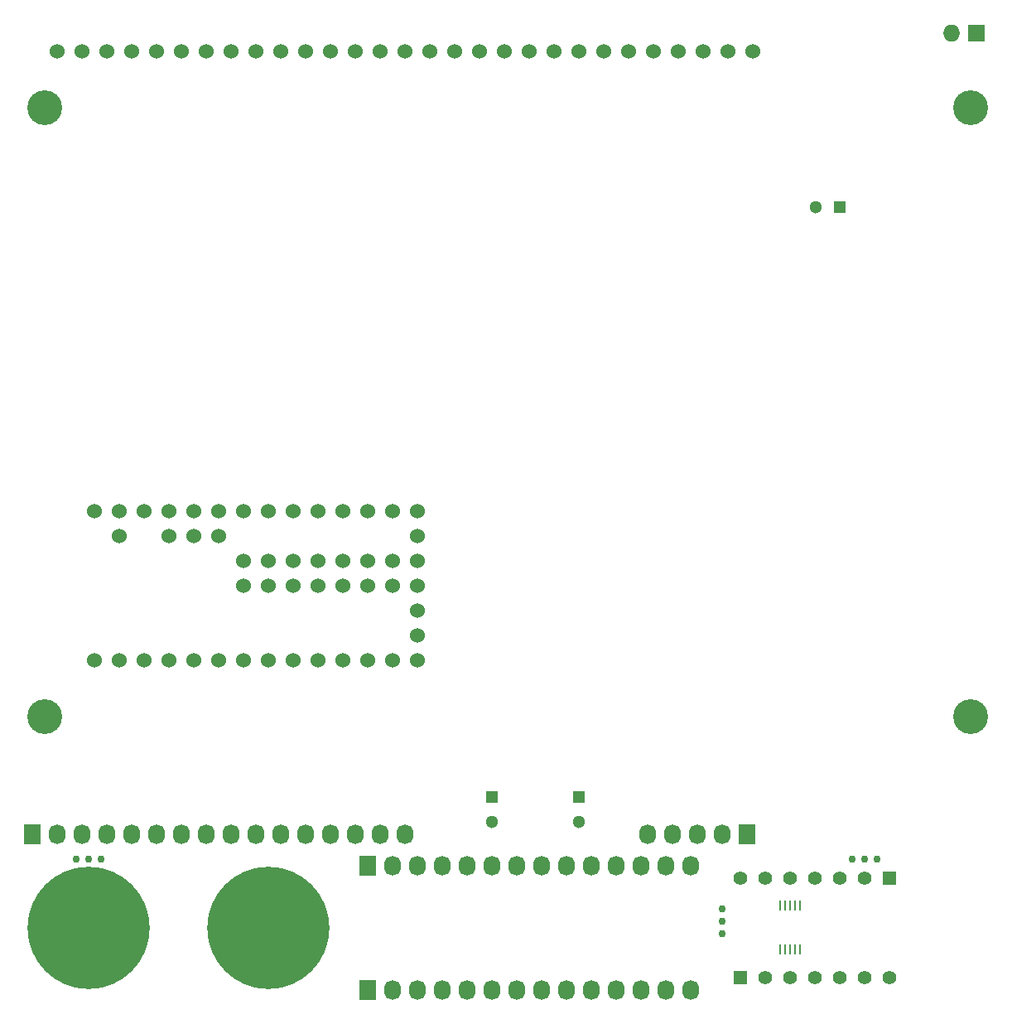
<source format=gbs>
G04 #@! TF.FileFunction,Soldermask,Bot*
%FSLAX46Y46*%
G04 Gerber Fmt 4.6, Leading zero omitted, Abs format (unit mm)*
G04 Created by KiCad (PCBNEW (2015-07-22 BZR 5980)-product) date Tue 11 Aug 2015 09:35:53 PM MDT*
%MOMM*%
G01*
G04 APERTURE LIST*
%ADD10C,0.150000*%
%ADD11R,1.727200X2.032000*%
%ADD12O,1.727200X2.032000*%
%ADD13R,1.727200X1.727200*%
%ADD14O,1.727200X1.727200*%
%ADD15C,12.500000*%
%ADD16C,1.524000*%
%ADD17C,1.300000*%
%ADD18R,1.300000X1.300000*%
%ADD19C,3.556000*%
%ADD20C,0.762000*%
%ADD21R,1.397000X1.397000*%
%ADD22C,1.397000*%
%ADD23R,0.269240X1.000760*%
G04 APERTURE END LIST*
D10*
D11*
X62230000Y-116205000D03*
D12*
X64770000Y-116205000D03*
X67310000Y-116205000D03*
X69850000Y-116205000D03*
X72390000Y-116205000D03*
X74930000Y-116205000D03*
X77470000Y-116205000D03*
X80010000Y-116205000D03*
X82550000Y-116205000D03*
X85090000Y-116205000D03*
X87630000Y-116205000D03*
X90170000Y-116205000D03*
X92710000Y-116205000D03*
X95250000Y-116205000D03*
D11*
X62230000Y-128905000D03*
D12*
X64770000Y-128905000D03*
X67310000Y-128905000D03*
X69850000Y-128905000D03*
X72390000Y-128905000D03*
X74930000Y-128905000D03*
X77470000Y-128905000D03*
X80010000Y-128905000D03*
X82550000Y-128905000D03*
X85090000Y-128905000D03*
X87630000Y-128905000D03*
X90170000Y-128905000D03*
X92710000Y-128905000D03*
X95250000Y-128905000D03*
D13*
X124460000Y-31115000D03*
D14*
X121920000Y-31115000D03*
D15*
X52055503Y-122555000D03*
X33655000Y-122555000D03*
D11*
X100965000Y-113030000D03*
D12*
X98425000Y-113030000D03*
X95885000Y-113030000D03*
X93345000Y-113030000D03*
X90805000Y-113030000D03*
D11*
X27940000Y-113030000D03*
D12*
X30480000Y-113030000D03*
X33020000Y-113030000D03*
X35560000Y-113030000D03*
X38100000Y-113030000D03*
X40640000Y-113030000D03*
X43180000Y-113030000D03*
X45720000Y-113030000D03*
X48260000Y-113030000D03*
X50800000Y-113030000D03*
X53340000Y-113030000D03*
X55880000Y-113030000D03*
X58420000Y-113030000D03*
X60960000Y-113030000D03*
X63500000Y-113030000D03*
X66040000Y-113030000D03*
D16*
X40640000Y-33020000D03*
X38100000Y-33020000D03*
X35560000Y-33020000D03*
X33020000Y-33020000D03*
X30480000Y-33020000D03*
X53340000Y-33020000D03*
X50800000Y-33020000D03*
X48260000Y-33020000D03*
X45720000Y-33020000D03*
X43180000Y-33020000D03*
X76200000Y-33020000D03*
X73660000Y-33020000D03*
X71120000Y-33020000D03*
X68580000Y-33020000D03*
X66040000Y-33020000D03*
X63500000Y-33020000D03*
X60960000Y-33020000D03*
X58420000Y-33020000D03*
X55880000Y-33020000D03*
X91440000Y-33020000D03*
X88900000Y-33020000D03*
X86360000Y-33020000D03*
X83820000Y-33020000D03*
X81280000Y-33020000D03*
X78740000Y-33020000D03*
X101600000Y-33020000D03*
X99060000Y-33020000D03*
X96520000Y-33020000D03*
X93980000Y-33020000D03*
D17*
X83820000Y-111720000D03*
D18*
X83820000Y-109220000D03*
D17*
X107990000Y-48895000D03*
D18*
X110490000Y-48895000D03*
D17*
X74930000Y-111720000D03*
D18*
X74930000Y-109220000D03*
D19*
X29210000Y-100965000D03*
X29210000Y-38735000D03*
X123825000Y-100965000D03*
X123825000Y-38735000D03*
D16*
X36830000Y-95250000D03*
X39370000Y-95250000D03*
X41910000Y-95250000D03*
X44450000Y-95250000D03*
X46990000Y-95250000D03*
X49530000Y-95250000D03*
X52070000Y-95250000D03*
X54610000Y-95250000D03*
X57150000Y-95250000D03*
X59690000Y-95250000D03*
X62230000Y-95250000D03*
X64770000Y-95250000D03*
X67310000Y-95250000D03*
X67310000Y-80010000D03*
X64770000Y-80010000D03*
X62230000Y-80010000D03*
X59690000Y-80010000D03*
X57150000Y-80010000D03*
X54610000Y-80010000D03*
X52070000Y-80010000D03*
X49530000Y-80010000D03*
X46990000Y-80010000D03*
X44450000Y-80010000D03*
X41910000Y-80010000D03*
X34290000Y-95250000D03*
X39370000Y-80010000D03*
X36830000Y-80010000D03*
X34290000Y-80010000D03*
X67310000Y-92710000D03*
X67310000Y-90170000D03*
X67310000Y-87630000D03*
X67310000Y-85090000D03*
X67310000Y-82550000D03*
X41910000Y-82550000D03*
X44450000Y-82550000D03*
X46990000Y-82550000D03*
X64770000Y-85090000D03*
X62230000Y-85090000D03*
X59690000Y-85090000D03*
X57150000Y-85090000D03*
X54610000Y-85090000D03*
X52070000Y-85090000D03*
X49530000Y-85090000D03*
X64770000Y-87630000D03*
X62230000Y-87630000D03*
X59690000Y-87630000D03*
X57150000Y-87630000D03*
X54610000Y-87630000D03*
X52070000Y-87630000D03*
X49530000Y-87630000D03*
X36830000Y-82550000D03*
D20*
X32385000Y-115570000D03*
X33655000Y-115570000D03*
X34925000Y-115570000D03*
D21*
X100330000Y-127635000D03*
D22*
X102870000Y-127635000D03*
X105410000Y-127635000D03*
X107950000Y-127635000D03*
X110490000Y-127635000D03*
X113030000Y-127635000D03*
X115570000Y-127635000D03*
D21*
X115570000Y-117475000D03*
D22*
X113030000Y-117475000D03*
X110490000Y-117475000D03*
X107950000Y-117475000D03*
X105410000Y-117475000D03*
X102870000Y-117475000D03*
X100330000Y-117475000D03*
D23*
X104394000Y-120332500D03*
X104902000Y-120332500D03*
X105410000Y-120332500D03*
X105918000Y-120332500D03*
X106426000Y-120332500D03*
X106426000Y-124777500D03*
X105918000Y-124777500D03*
X105410000Y-124777500D03*
X104902000Y-124777500D03*
X104394000Y-124777500D03*
D20*
X111760000Y-115570000D03*
X113030000Y-115570000D03*
X114300000Y-115570000D03*
X98425000Y-123190000D03*
X98425000Y-121920000D03*
X98425000Y-120650000D03*
M02*

</source>
